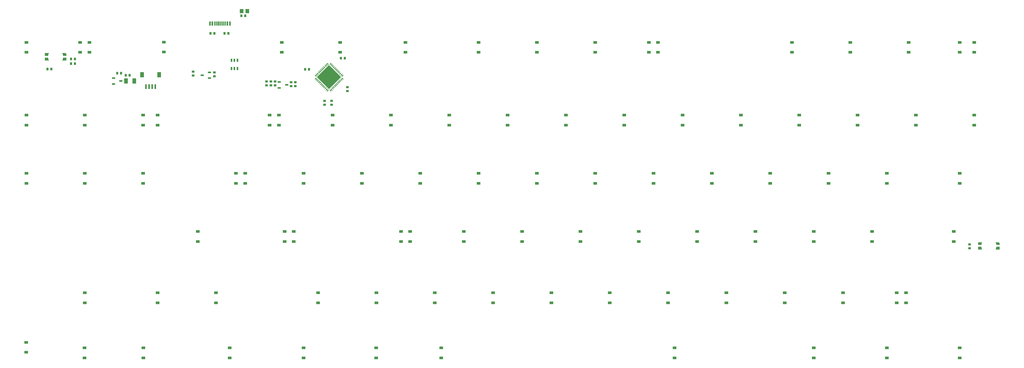
<source format=gtp>
G04*
G04 #@! TF.GenerationSoftware,Altium Limited,Altium Designer,23.6.0 (18)*
G04*
G04 Layer_Color=8421504*
%FSLAX25Y25*%
%MOIN*%
G70*
G04*
G04 #@! TF.SameCoordinates,641307AF-980C-49FC-99E6-95A709EC4BFD*
G04*
G04*
G04 #@! TF.FilePolarity,Positive*
G04*
G01*
G75*
%ADD15R,0.01181X0.05709*%
%ADD16R,0.02362X0.05709*%
%ADD17R,0.03937X0.02165*%
%ADD18R,0.04567X0.05787*%
%ADD19R,0.03150X0.03347*%
%ADD20R,0.02165X0.03937*%
%ADD21P,0.31180X4X180.0*%
G04:AMPARAMS|DCode=22|XSize=9.84mil|YSize=31.5mil|CornerRadius=0mil|HoleSize=0mil|Usage=FLASHONLY|Rotation=135.000|XOffset=0mil|YOffset=0mil|HoleType=Round|Shape=Round|*
%AMOVALD22*
21,1,0.02165,0.00984,0.00000,0.00000,225.0*
1,1,0.00984,0.00766,0.00766*
1,1,0.00984,-0.00766,-0.00766*
%
%ADD22OVALD22*%

G04:AMPARAMS|DCode=23|XSize=9.84mil|YSize=31.5mil|CornerRadius=0mil|HoleSize=0mil|Usage=FLASHONLY|Rotation=225.000|XOffset=0mil|YOffset=0mil|HoleType=Round|Shape=Round|*
%AMOVALD23*
21,1,0.02165,0.00984,0.00000,0.00000,315.0*
1,1,0.00984,-0.00766,0.00766*
1,1,0.00984,0.00766,-0.00766*
%
%ADD23OVALD23*%

%ADD24R,0.03347X0.03150*%
%ADD25C,0.00039*%
%ADD26R,0.01575X0.01575*%
%ADD27R,0.02362X0.06102*%
%ADD28R,0.04724X0.07087*%
%ADD29R,0.04724X0.07087*%
%ADD30R,0.04803X0.03583*%
G36*
X-1228316Y-21654D02*
X-1228114Y-22560D01*
X-1227827Y-23442D01*
X-1227456Y-24293D01*
X-1227241Y-24705D01*
X-1227241D01*
X-1232530Y-24704D01*
Y-21196D01*
X-1228384Y-21195D01*
X-1228316Y-21654D01*
D02*
G37*
G36*
X-1227241Y-15292D02*
X-1227241D01*
X-1227241Y-15291D01*
Y-15292D01*
D02*
G37*
G36*
X-1227456Y-15703D02*
X-1227827Y-16554D01*
X-1228114Y-17436D01*
X-1228316Y-18342D01*
X-1228384Y-18801D01*
X-1228392Y-18800D01*
X-1232530D01*
Y-15292D01*
X-1227241D01*
X-1227456Y-15703D01*
D02*
G37*
G36*
X-1209116Y-21195D02*
X-1209108Y-21196D01*
X-1204970D01*
Y-24704D01*
X-1210259Y-24704D01*
X-1210044Y-24293D01*
X-1209673Y-23442D01*
X-1209386Y-22560D01*
X-1209184Y-21654D01*
X-1209116Y-21195D01*
Y-21195D01*
D02*
G37*
G36*
X-1205956Y-15292D02*
X-1204970Y-16278D01*
Y-18800D01*
X-1209108D01*
X-1209116Y-18801D01*
X-1209184Y-18342D01*
X-1209386Y-17436D01*
X-1209673Y-16554D01*
X-1210044Y-15703D01*
X-1210259Y-15291D01*
X-1210259D01*
X-1205956Y-15292D01*
D02*
G37*
G36*
X-28316Y-265404D02*
X-28114Y-266310D01*
X-27827Y-267192D01*
X-27456Y-268043D01*
X-27241Y-268455D01*
X-27241D01*
X-32530Y-268454D01*
Y-264946D01*
X-28384Y-264945D01*
X-28316Y-265404D01*
D02*
G37*
G36*
X-27241Y-259042D02*
X-27241D01*
X-27241Y-259041D01*
Y-259042D01*
D02*
G37*
G36*
X-27456Y-259453D02*
X-27827Y-260304D01*
X-28114Y-261186D01*
X-28316Y-262092D01*
X-28384Y-262551D01*
X-28392Y-262550D01*
X-32530D01*
Y-259042D01*
X-27241D01*
X-27456Y-259453D01*
D02*
G37*
G36*
X-9116Y-264945D02*
X-9108Y-264946D01*
X-4970D01*
Y-268454D01*
X-10259Y-268454D01*
X-10044Y-268043D01*
X-9673Y-267192D01*
X-9386Y-266310D01*
X-9184Y-265404D01*
X-9116Y-264945D01*
Y-264945D01*
D02*
G37*
G36*
X-5956Y-259042D02*
X-4970Y-260028D01*
Y-262550D01*
X-9108D01*
X-9116Y-262551D01*
X-9184Y-262092D01*
X-9386Y-261186D01*
X-9673Y-260304D01*
X-10044Y-259453D01*
X-10259Y-259041D01*
X-10259D01*
X-5956Y-259042D01*
D02*
G37*
D15*
X-1004477Y22858D02*
D03*
X-1006446D02*
D03*
X-1014320D02*
D03*
X-1000540D02*
D03*
X-1002509D02*
D03*
X-1012351D02*
D03*
X-1010383D02*
D03*
X-1008414D02*
D03*
D16*
X-1020225D02*
D03*
X-994635D02*
D03*
X-1017076D02*
D03*
X-997784D02*
D03*
D17*
X-1020742Y-47488D02*
D03*
Y-40008D02*
D03*
X-1030191Y-43748D02*
D03*
X-921633Y-56248D02*
D03*
X-931082Y-59988D02*
D03*
Y-52508D02*
D03*
X-1144222Y-47508D02*
D03*
Y-54988D02*
D03*
X-1134774Y-51248D02*
D03*
D18*
X-979408Y38929D02*
D03*
X-972163D02*
D03*
D19*
X-979877Y32721D02*
D03*
X-974759D02*
D03*
X-1019683Y10189D02*
D03*
X-1014565D02*
D03*
X-996455D02*
D03*
X-1001573D02*
D03*
X-1123439Y-43748D02*
D03*
X-1128557D02*
D03*
X-852057Y-21748D02*
D03*
X-846939D02*
D03*
X-1198998Y-28748D02*
D03*
X-1193880D02*
D03*
X-1134439Y-41248D02*
D03*
X-1139557D02*
D03*
X-892939Y-36248D02*
D03*
X-898057D02*
D03*
X-1193939Y-22953D02*
D03*
X-1199057D02*
D03*
X-1229380Y-35827D02*
D03*
X-1224262D02*
D03*
D20*
X-988778Y-35283D02*
D03*
X-985037Y-35283D02*
D03*
X-992518D02*
D03*
Y-24457D02*
D03*
X-988778D02*
D03*
X-985037D02*
D03*
D21*
X-867100Y-46261D02*
D03*
D22*
X-868910Y-63382D02*
D03*
X-870302Y-61990D02*
D03*
X-871694Y-60598D02*
D03*
X-873085Y-59206D02*
D03*
X-874477Y-57814D02*
D03*
X-875869Y-56422D02*
D03*
X-877261Y-55030D02*
D03*
X-878653Y-53638D02*
D03*
X-880045Y-52246D02*
D03*
X-881437Y-50854D02*
D03*
X-882829Y-49462D02*
D03*
X-884221Y-48070D02*
D03*
X-865291Y-29140D02*
D03*
X-863899Y-30532D02*
D03*
X-862507Y-31924D02*
D03*
X-861115Y-33316D02*
D03*
X-859723Y-34708D02*
D03*
X-858331Y-36100D02*
D03*
X-856939Y-37492D02*
D03*
X-855547Y-38884D02*
D03*
X-854155Y-40275D02*
D03*
X-852763Y-41667D02*
D03*
X-851371Y-43059D02*
D03*
X-849979Y-44451D02*
D03*
D23*
X-884221D02*
D03*
X-882829Y-43059D02*
D03*
X-881437Y-41667D02*
D03*
X-880045Y-40275D02*
D03*
X-878653Y-38884D02*
D03*
X-877261Y-37492D02*
D03*
X-875869Y-36100D02*
D03*
X-874477Y-34708D02*
D03*
X-873085Y-33316D02*
D03*
X-871694Y-31924D02*
D03*
X-870302Y-30532D02*
D03*
X-868910Y-29140D02*
D03*
X-849979Y-48070D02*
D03*
X-851371Y-49462D02*
D03*
X-852763Y-50854D02*
D03*
X-854155Y-52246D02*
D03*
X-855547Y-53638D02*
D03*
X-856939Y-55030D02*
D03*
X-858331Y-56422D02*
D03*
X-859723Y-57814D02*
D03*
X-861115Y-59206D02*
D03*
X-862507Y-60598D02*
D03*
X-863899Y-61990D02*
D03*
X-865291Y-63382D02*
D03*
D24*
X-947498Y-51689D02*
D03*
Y-56807D02*
D03*
X-941998Y-56807D02*
D03*
Y-51689D02*
D03*
X-936555Y-51689D02*
D03*
Y-56807D02*
D03*
X-910498Y-52689D02*
D03*
Y-57807D02*
D03*
X-915998Y-52689D02*
D03*
Y-57807D02*
D03*
X-43498Y-261689D02*
D03*
Y-266807D02*
D03*
X-1042004Y-39000D02*
D03*
Y-44118D02*
D03*
X-1014498Y-40189D02*
D03*
Y-45307D02*
D03*
X-872998Y-81807D02*
D03*
Y-76689D02*
D03*
X-843498Y-59189D02*
D03*
Y-64307D02*
D03*
X-863998Y-76689D02*
D03*
Y-81807D02*
D03*
D25*
X-911498Y-39248D02*
D03*
X-911183Y-44248D02*
D03*
X-916498Y-39248D02*
D03*
Y-44248D02*
D03*
X-921498Y-39248D02*
D03*
Y-44248D02*
D03*
D26*
X-1206939Y-22951D02*
D03*
X-1230561Y-17045D02*
D03*
Y-22951D02*
D03*
X-1206939Y-17045D02*
D03*
X-6939Y-266701D02*
D03*
X-30561Y-260795D02*
D03*
Y-266701D02*
D03*
X-6939Y-260795D02*
D03*
D27*
X-1090592Y-58504D02*
D03*
X-1094530D02*
D03*
X-1098466D02*
D03*
X-1102404D02*
D03*
D28*
X-1085474Y-43248D02*
D03*
X-1107522D02*
D03*
D29*
X-1117683Y-51248D02*
D03*
X-1128313D02*
D03*
D30*
X-56248Y-1437D02*
D03*
Y-14311D02*
D03*
X-924331Y-245185D02*
D03*
Y-258059D02*
D03*
X-422809Y-408059D02*
D03*
Y-395185D02*
D03*
X-722796D02*
D03*
Y-408059D02*
D03*
X-444097Y-1437D02*
D03*
Y-14311D02*
D03*
X-455907D02*
D03*
Y-1437D02*
D03*
X-1175344Y-14311D02*
D03*
Y-1437D02*
D03*
X-1256248Y-14311D02*
D03*
Y-1437D02*
D03*
Y-183059D02*
D03*
Y-170185D02*
D03*
Y-95185D02*
D03*
Y-108059D02*
D03*
X-1035976Y-258059D02*
D03*
Y-245185D02*
D03*
X-243751Y-395185D02*
D03*
Y-408059D02*
D03*
X-149998D02*
D03*
Y-395185D02*
D03*
X-56250D02*
D03*
Y-408059D02*
D03*
X-943406Y-108059D02*
D03*
Y-95185D02*
D03*
X-774655Y-245185D02*
D03*
Y-258059D02*
D03*
X-994976Y-395185D02*
D03*
Y-408059D02*
D03*
X-899976D02*
D03*
Y-395185D02*
D03*
X-806476D02*
D03*
Y-408059D02*
D03*
X-1087500Y-336996D02*
D03*
Y-324122D02*
D03*
X-1012500D02*
D03*
Y-336996D02*
D03*
X-881250D02*
D03*
Y-324122D02*
D03*
X-806249D02*
D03*
Y-336996D02*
D03*
X-731249D02*
D03*
Y-324122D02*
D03*
X-656249D02*
D03*
Y-336996D02*
D03*
X-581249D02*
D03*
Y-324122D02*
D03*
X-506249D02*
D03*
Y-336996D02*
D03*
X-431249D02*
D03*
Y-324122D02*
D03*
X-356249D02*
D03*
Y-336996D02*
D03*
X-281249D02*
D03*
Y-324122D02*
D03*
X-206249D02*
D03*
Y-336996D02*
D03*
X-125335D02*
D03*
Y-324122D02*
D03*
X-912520Y-258059D02*
D03*
Y-245185D02*
D03*
X-762845D02*
D03*
Y-258059D02*
D03*
X-693750D02*
D03*
Y-245185D02*
D03*
X-618750D02*
D03*
Y-258059D02*
D03*
X-543750D02*
D03*
Y-245185D02*
D03*
X-468750D02*
D03*
Y-258059D02*
D03*
X-393750D02*
D03*
Y-245185D02*
D03*
X-318750D02*
D03*
Y-258059D02*
D03*
X-243750D02*
D03*
Y-245185D02*
D03*
X-168750D02*
D03*
Y-258059D02*
D03*
X-986811Y-183059D02*
D03*
Y-170185D02*
D03*
X-975000D02*
D03*
Y-183059D02*
D03*
X-900000D02*
D03*
Y-170185D02*
D03*
X-825000D02*
D03*
Y-183059D02*
D03*
X-750000D02*
D03*
Y-170185D02*
D03*
X-675000D02*
D03*
Y-183059D02*
D03*
X-600000D02*
D03*
Y-170185D02*
D03*
X-525000D02*
D03*
Y-183059D02*
D03*
X-450000D02*
D03*
Y-170185D02*
D03*
X-375000D02*
D03*
Y-183059D02*
D03*
X-300000D02*
D03*
Y-170185D02*
D03*
X-225000D02*
D03*
Y-183059D02*
D03*
X-150000D02*
D03*
Y-170185D02*
D03*
X-56250D02*
D03*
Y-183059D02*
D03*
X-1087500Y-108059D02*
D03*
Y-95185D02*
D03*
X-931594Y-108059D02*
D03*
Y-95185D02*
D03*
X-862500D02*
D03*
Y-108059D02*
D03*
X-787500D02*
D03*
Y-95185D02*
D03*
X-712500D02*
D03*
Y-108059D02*
D03*
X-637500D02*
D03*
Y-95185D02*
D03*
X-562500D02*
D03*
Y-108059D02*
D03*
X-487500D02*
D03*
Y-95185D02*
D03*
X-412500D02*
D03*
Y-108059D02*
D03*
X-337500D02*
D03*
Y-95185D02*
D03*
X-187500D02*
D03*
Y-108059D02*
D03*
X-112500D02*
D03*
Y-95185D02*
D03*
X-37500D02*
D03*
Y-108059D02*
D03*
X-137146Y-336996D02*
D03*
Y-324122D02*
D03*
X-63976Y-245185D02*
D03*
Y-258059D02*
D03*
X-262500Y-108059D02*
D03*
Y-95185D02*
D03*
X-1105976Y-395185D02*
D03*
Y-408059D02*
D03*
X-1181476D02*
D03*
Y-395185D02*
D03*
X-1256476Y-388030D02*
D03*
Y-400904D02*
D03*
X-1181248Y-336996D02*
D03*
Y-324122D02*
D03*
X-1106248Y-170185D02*
D03*
Y-183059D02*
D03*
X-1181248D02*
D03*
Y-170185D02*
D03*
X-1106248Y-108059D02*
D03*
Y-95185D02*
D03*
X-1181248D02*
D03*
Y-108059D02*
D03*
X-1187156Y-14311D02*
D03*
Y-1437D02*
D03*
X-1079722Y-13965D02*
D03*
Y-1091D02*
D03*
X-927998Y-1437D02*
D03*
Y-14311D02*
D03*
X-852998D02*
D03*
Y-1437D02*
D03*
X-768752D02*
D03*
Y-14311D02*
D03*
X-675000D02*
D03*
Y-1437D02*
D03*
X-600000D02*
D03*
Y-14311D02*
D03*
X-525000D02*
D03*
Y-1437D02*
D03*
X-271998D02*
D03*
Y-14311D02*
D03*
X-196998D02*
D03*
Y-1437D02*
D03*
X-121998D02*
D03*
Y-14311D02*
D03*
X-37500D02*
D03*
Y-1437D02*
D03*
M02*

</source>
